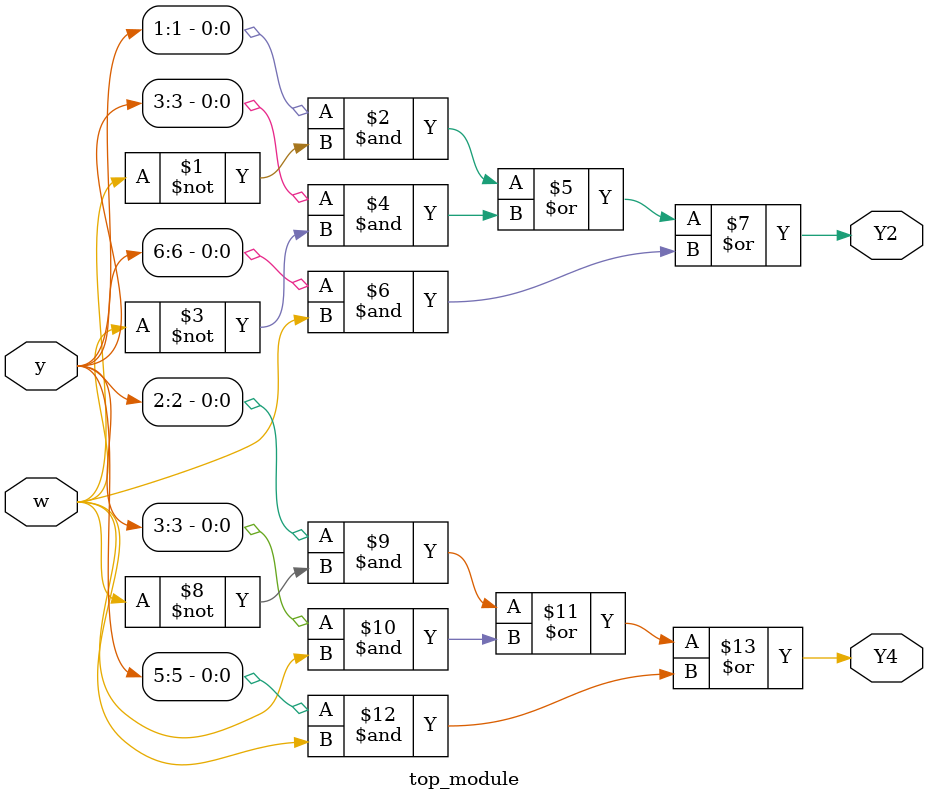
<source format=sv>
module top_module (
    input [6:1] y,
    input w,
    output Y2,
    output Y4
);

// Logic for Y2 (next state for y[2])
assign Y2 = (y[1] & ~w) | (y[3] & ~w) | (y[6] & w);

// Logic for Y4 (next state for y[4])
assign Y4 = (y[2] & ~w) | (y[3] & w) | (y[5] & w);

endmodule

</source>
